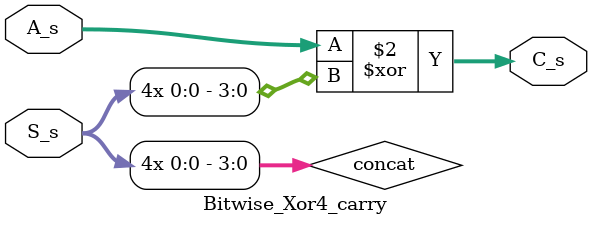
<source format=v>
`timescale 1ns/100ps

module Bitwise_Xor4_carry(S_s ,A_s, C_s);

	output reg [3:0] C_s;
	input wire [3:0] A_s;
	input wire S_s;

	wire [3:0]concat={S_s,S_s,S_s,S_s};
	always@(A_s,S_s)begin	
	 C_s = A_s ^ concat;
	 //assign C_s[1] = A_s[1] ^ S_s;
	 //assign C_s[2] = A_s[2] ^ S_s;
	 //assign C_s[3] = A_s[3] ^ S_s;
	end
endmodule

</source>
